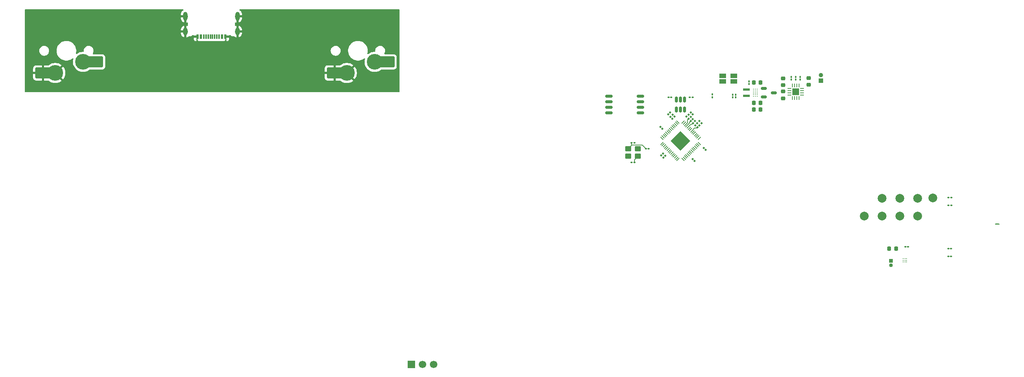
<source format=gbr>
%TF.GenerationSoftware,KiCad,Pcbnew,9.0.3*%
%TF.CreationDate,2025-07-16T09:35:22-04:00*%
%TF.ProjectId,board,626f6172-642e-46b6-9963-61645f706362,rev?*%
%TF.SameCoordinates,Original*%
%TF.FileFunction,Copper,L4,Bot*%
%TF.FilePolarity,Positive*%
%FSLAX46Y46*%
G04 Gerber Fmt 4.6, Leading zero omitted, Abs format (unit mm)*
G04 Created by KiCad (PCBNEW 9.0.3) date 2025-07-16 09:35:22*
%MOMM*%
%LPD*%
G01*
G04 APERTURE LIST*
G04 Aperture macros list*
%AMRoundRect*
0 Rectangle with rounded corners*
0 $1 Rounding radius*
0 $2 $3 $4 $5 $6 $7 $8 $9 X,Y pos of 4 corners*
0 Add a 4 corners polygon primitive as box body*
4,1,4,$2,$3,$4,$5,$6,$7,$8,$9,$2,$3,0*
0 Add four circle primitives for the rounded corners*
1,1,$1+$1,$2,$3*
1,1,$1+$1,$4,$5*
1,1,$1+$1,$6,$7*
1,1,$1+$1,$8,$9*
0 Add four rect primitives between the rounded corners*
20,1,$1+$1,$2,$3,$4,$5,0*
20,1,$1+$1,$4,$5,$6,$7,0*
20,1,$1+$1,$6,$7,$8,$9,0*
20,1,$1+$1,$8,$9,$2,$3,0*%
%AMRotRect*
0 Rectangle, with rotation*
0 The origin of the aperture is its center*
0 $1 length*
0 $2 width*
0 $3 Rotation angle, in degrees counterclockwise*
0 Add horizontal line*
21,1,$1,$2,0,0,$3*%
G04 Aperture macros list end*
%TA.AperFunction,EtchedComponent*%
%ADD10C,0.000000*%
%TD*%
%TA.AperFunction,ComponentPad*%
%ADD11C,3.600000*%
%TD*%
%TA.AperFunction,SMDPad,CuDef*%
%ADD12RoundRect,0.250000X1.525000X1.000000X-1.525000X1.000000X-1.525000X-1.000000X1.525000X-1.000000X0*%
%TD*%
%TA.AperFunction,ComponentPad*%
%ADD13O,1.000000X2.000000*%
%TD*%
%TA.AperFunction,ComponentPad*%
%ADD14O,1.000000X1.800000*%
%TD*%
%TA.AperFunction,SMDPad,CuDef*%
%ADD15R,0.300000X1.100000*%
%TD*%
%TA.AperFunction,SMDPad,CuDef*%
%ADD16R,0.600000X1.100000*%
%TD*%
%TA.AperFunction,ComponentPad*%
%ADD17R,1.000000X1.000000*%
%TD*%
%TA.AperFunction,ComponentPad*%
%ADD18C,1.000000*%
%TD*%
%TA.AperFunction,SMDPad,CuDef*%
%ADD19C,0.296800*%
%TD*%
%TA.AperFunction,SMDPad,CuDef*%
%ADD20R,1.500000X1.000000*%
%TD*%
%TA.AperFunction,SMDPad,CuDef*%
%ADD21C,2.000000*%
%TD*%
%TA.AperFunction,SMDPad,CuDef*%
%ADD22RoundRect,0.100000X-0.021213X-0.162635X0.162635X0.021213X0.021213X0.162635X-0.162635X-0.021213X0*%
%TD*%
%TA.AperFunction,SMDPad,CuDef*%
%ADD23RoundRect,0.100000X0.130000X0.100000X-0.130000X0.100000X-0.130000X-0.100000X0.130000X-0.100000X0*%
%TD*%
%TA.AperFunction,SMDPad,CuDef*%
%ADD24RoundRect,0.100000X-0.100000X0.130000X-0.100000X-0.130000X0.100000X-0.130000X0.100000X0.130000X0*%
%TD*%
%TA.AperFunction,SMDPad,CuDef*%
%ADD25RoundRect,0.100000X0.021213X0.162635X-0.162635X-0.021213X-0.021213X-0.162635X0.162635X0.021213X0*%
%TD*%
%TA.AperFunction,SMDPad,CuDef*%
%ADD26RoundRect,0.100000X0.162635X-0.021213X-0.021213X0.162635X-0.162635X0.021213X0.021213X-0.162635X0*%
%TD*%
%TA.AperFunction,SMDPad,CuDef*%
%ADD27RoundRect,0.050000X0.309359X-0.238649X-0.238649X0.309359X-0.309359X0.238649X0.238649X-0.309359X0*%
%TD*%
%TA.AperFunction,SMDPad,CuDef*%
%ADD28RoundRect,0.050000X0.309359X0.238649X0.238649X0.309359X-0.309359X-0.238649X-0.238649X-0.309359X0*%
%TD*%
%TA.AperFunction,HeatsinkPad*%
%ADD29RotRect,3.200000X3.200000X135.000000*%
%TD*%
%TA.AperFunction,SMDPad,CuDef*%
%ADD30RoundRect,0.225000X-0.250000X0.225000X-0.250000X-0.225000X0.250000X-0.225000X0.250000X0.225000X0*%
%TD*%
%TA.AperFunction,SMDPad,CuDef*%
%ADD31RoundRect,0.100000X-0.162635X0.021213X0.021213X-0.162635X0.162635X-0.021213X-0.021213X0.162635X0*%
%TD*%
%TA.AperFunction,SMDPad,CuDef*%
%ADD32RoundRect,0.225000X0.225000X0.250000X-0.225000X0.250000X-0.225000X-0.250000X0.225000X-0.250000X0*%
%TD*%
%TA.AperFunction,SMDPad,CuDef*%
%ADD33RoundRect,0.162500X0.650000X0.162500X-0.650000X0.162500X-0.650000X-0.162500X0.650000X-0.162500X0*%
%TD*%
%TA.AperFunction,SMDPad,CuDef*%
%ADD34RoundRect,0.100000X0.100000X-0.130000X0.100000X0.130000X-0.100000X0.130000X-0.100000X-0.130000X0*%
%TD*%
%TA.AperFunction,SMDPad,CuDef*%
%ADD35C,0.270000*%
%TD*%
%TA.AperFunction,ComponentPad*%
%ADD36R,0.850000X0.850000*%
%TD*%
%TA.AperFunction,ComponentPad*%
%ADD37C,0.850000*%
%TD*%
%TA.AperFunction,SMDPad,CuDef*%
%ADD38RoundRect,0.225000X-0.225000X-0.250000X0.225000X-0.250000X0.225000X0.250000X-0.225000X0.250000X0*%
%TD*%
%TA.AperFunction,SMDPad,CuDef*%
%ADD39RoundRect,0.062500X0.375000X0.062500X-0.375000X0.062500X-0.375000X-0.062500X0.375000X-0.062500X0*%
%TD*%
%TA.AperFunction,SMDPad,CuDef*%
%ADD40RoundRect,0.062500X0.062500X0.375000X-0.062500X0.375000X-0.062500X-0.375000X0.062500X-0.375000X0*%
%TD*%
%TA.AperFunction,HeatsinkPad*%
%ADD41R,1.600000X1.600000*%
%TD*%
%TA.AperFunction,SMDPad,CuDef*%
%ADD42RoundRect,0.225000X0.250000X-0.225000X0.250000X0.225000X-0.250000X0.225000X-0.250000X-0.225000X0*%
%TD*%
%TA.AperFunction,SMDPad,CuDef*%
%ADD43RoundRect,0.250000X-0.450000X-0.350000X0.450000X-0.350000X0.450000X0.350000X-0.450000X0.350000X0*%
%TD*%
%TA.AperFunction,SMDPad,CuDef*%
%ADD44RoundRect,0.100000X-0.130000X-0.100000X0.130000X-0.100000X0.130000X0.100000X-0.130000X0.100000X0*%
%TD*%
%TA.AperFunction,SMDPad,CuDef*%
%ADD45RoundRect,0.150000X-0.512500X-0.150000X0.512500X-0.150000X0.512500X0.150000X-0.512500X0.150000X0*%
%TD*%
%TA.AperFunction,SMDPad,CuDef*%
%ADD46RoundRect,0.137500X-0.662500X0.137500X-0.662500X-0.137500X0.662500X-0.137500X0.662500X0.137500X0*%
%TD*%
%TA.AperFunction,SMDPad,CuDef*%
%ADD47RoundRect,0.150000X0.150000X-0.512500X0.150000X0.512500X-0.150000X0.512500X-0.150000X-0.512500X0*%
%TD*%
%TA.AperFunction,ComponentPad*%
%ADD48R,1.700000X1.700000*%
%TD*%
%TA.AperFunction,ComponentPad*%
%ADD49C,1.700000*%
%TD*%
%TA.AperFunction,Conductor*%
%ADD50C,0.200000*%
%TD*%
G04 APERTURE END LIST*
D10*
%TA.AperFunction,EtchedComponent*%
%TO.C,NT1*%
G36*
X242742000Y-69498400D02*
G01*
X241945200Y-69498400D01*
X241945200Y-69201600D01*
X242742000Y-69201600D01*
X242742000Y-69498400D01*
G37*
%TD.AperFunction*%
%TD*%
D11*
%TO.P,SW1,1,1*%
%TO.N,/BUTTON_L*%
X33510000Y-32240000D03*
%TO.P,SW1,2,2*%
%TO.N,GND*%
X27160000Y-34780000D03*
D12*
%TO.P,SW1,1,1*%
%TO.N,/BUTTON_L*%
X36285000Y-32240000D03*
%TO.P,SW1,2,2*%
%TO.N,GND*%
X24380000Y-34780000D03*
%TD*%
D11*
%TO.P,SW2,1,1*%
%TO.N,/BUTTON_R*%
X100110000Y-32240000D03*
%TO.P,SW2,2,2*%
%TO.N,GND*%
X93760000Y-34780000D03*
D12*
%TO.P,SW2,1,1*%
%TO.N,/BUTTON_R*%
X102885000Y-32240000D03*
%TO.P,SW2,2,2*%
%TO.N,GND*%
X90980000Y-34780000D03*
%TD*%
D13*
%TO.P,J1,SH4,SHIELD*%
%TO.N,GND*%
X68780750Y-21800000D03*
%TO.P,J1,SH3,SHIELD*%
X56880750Y-21800000D03*
D14*
%TO.P,J1,SH2,SHIELD*%
X68780750Y-25300000D03*
%TO.P,J1,SH1,SHIELD*%
X56880750Y-25300000D03*
D15*
%TO.P,J1,B8,SBU2*%
%TO.N,unconnected-(J1-SBU2-PadB8)*%
X61080750Y-26450000D03*
%TO.P,J1,B7,DN2*%
%TO.N,Net-(J1-DN1)*%
X62080750Y-26450000D03*
%TO.P,J1,B6,DP2*%
%TO.N,Net-(J1-DP1)*%
X63580750Y-26450000D03*
%TO.P,J1,B5,CC2*%
%TO.N,Net-(J1-CC2)*%
X64580750Y-26450000D03*
D16*
%TO.P,J1,B4_A9,VBUS*%
%TO.N,VBUS*%
X65230750Y-26450000D03*
%TO.P,J1,B1_A12,GND*%
%TO.N,GND*%
X66030750Y-26450000D03*
D15*
%TO.P,J1,A8,SBU1*%
%TO.N,unconnected-(J1-SBU1-PadA8)*%
X64080750Y-26450000D03*
%TO.P,J1,A7,DN1*%
%TO.N,Net-(J1-DN1)*%
X63080750Y-26450000D03*
%TO.P,J1,A6,DP1*%
%TO.N,Net-(J1-DP1)*%
X62580750Y-26450000D03*
%TO.P,J1,A5,CC1*%
%TO.N,Net-(J1-CC1)*%
X61580750Y-26450000D03*
D16*
%TO.P,J1,A4_B9,VBUS*%
%TO.N,VBUS*%
X60430750Y-26450000D03*
%TO.P,J1,A1_B12,GND*%
%TO.N,GND*%
X59630750Y-26450000D03*
%TD*%
D17*
%TO.P,J2,1,Pin_1*%
%TO.N,VBAT*%
X202100000Y-36500000D03*
D18*
%TO.P,J2,2,Pin_2*%
%TO.N,GND*%
X202100000Y-35230000D03*
%TD*%
D19*
%TO.P,NT1,1,1*%
%TO.N,Net-(U3-AGND)*%
X242750000Y-69350000D03*
%TO.P,NT1,2,2*%
%TO.N,GND*%
X241937200Y-69350000D03*
%TD*%
D20*
%TO.P,JP1,1,A*%
%TO.N,GND*%
X179650000Y-35400001D03*
%TO.P,JP1,2,B*%
%TO.N,Net-(JP1-B)*%
X179650000Y-36699999D03*
%TD*%
D21*
%TO.P,TP5,1,1*%
%TO.N,3V3*%
X227650000Y-63350000D03*
%TD*%
D22*
%TO.P,C21,1*%
%TO.N,1V1*%
X173839590Y-47238227D03*
%TO.P,C21,2*%
%TO.N,GND*%
X174292138Y-46785679D03*
%TD*%
D23*
%TO.P,R16,1*%
%TO.N,Net-(U1-GPIO3)*%
X231865000Y-65050000D03*
%TO.P,R16,2*%
%TO.N,/DISP_PIN_MOSI*%
X231225000Y-65050000D03*
%TD*%
D24*
%TO.P,R7,1*%
%TO.N,3V3*%
X182592501Y-39722500D03*
%TO.P,R7,2*%
%TO.N,/QSPI_SS*%
X182592501Y-40362500D03*
%TD*%
D23*
%TO.P,R19,1*%
%TO.N,/SNS_VBAT*%
X231825000Y-76750000D03*
%TO.P,R19,2*%
%TO.N,Net-(Q1-D)*%
X231185000Y-76750000D03*
%TD*%
D25*
%TO.P,C19,1*%
%TO.N,1V1*%
X166018987Y-53220351D03*
%TO.P,C19,2*%
%TO.N,GND*%
X165566439Y-53672899D03*
%TD*%
D23*
%TO.P,R18,1*%
%TO.N,GND*%
X231825000Y-75000000D03*
%TO.P,R18,2*%
%TO.N,/SNS_VBAT*%
X231185000Y-75000000D03*
%TD*%
D26*
%TO.P,C10,1*%
%TO.N,3V3*%
X168636260Y-44762377D03*
%TO.P,C10,2*%
%TO.N,GND*%
X168183712Y-44309829D03*
%TD*%
D21*
%TO.P,TP4,1,1*%
%TO.N,VBAT*%
X216050000Y-67550000D03*
%TD*%
D22*
%TO.P,C9,1*%
%TO.N,3V3*%
X173344615Y-46743252D03*
%TO.P,C9,2*%
%TO.N,GND*%
X173797163Y-46290704D03*
%TD*%
D23*
%TO.P,C36,1*%
%TO.N,3V3*%
X222000000Y-74590000D03*
%TO.P,C36,2*%
%TO.N,GND*%
X221360000Y-74590000D03*
%TD*%
D25*
%TO.P,C17,1*%
%TO.N,GND*%
X171817265Y-44310805D03*
%TO.P,C17,2*%
%TO.N,3V3*%
X171364717Y-44763353D03*
%TD*%
D27*
%TO.P,U1,1,IOVDD*%
%TO.N,3V3*%
X174269157Y-50892202D03*
%TO.P,U1,2,GPIO0*%
%TO.N,/DISP_PIN_RST*%
X173986314Y-51175045D03*
%TO.P,U1,3,GPIO1*%
%TO.N,/DISP_PIN_CS*%
X173703472Y-51457887D03*
%TO.P,U1,4,GPIO2*%
%TO.N,Net-(U1-GPIO2)*%
X173420629Y-51740730D03*
%TO.P,U1,5,GPIO3*%
%TO.N,Net-(U1-GPIO3)*%
X173137786Y-52023573D03*
%TO.P,U1,6,GPIO4*%
%TO.N,/DISP_PIN_DC*%
X172854944Y-52306415D03*
%TO.P,U1,7,GPIO5*%
%TO.N,/DISP_REG_EN*%
X172572101Y-52589258D03*
%TO.P,U1,8,GPIO6*%
%TO.N,/AUDIO_I2S_DOUT*%
X172289258Y-52872101D03*
%TO.P,U1,9,GPIO7*%
%TO.N,/AUDIO_I2S_BCLK*%
X172006415Y-53154944D03*
%TO.P,U1,10,IOVDD*%
%TO.N,3V3*%
X171723573Y-53437786D03*
%TO.P,U1,11,GPIO8*%
%TO.N,/AUDIO_I2S_LRCK*%
X171440730Y-53720629D03*
%TO.P,U1,12,GPIO9*%
%TO.N,/AUDIO_I2S_SD*%
X171157887Y-54003472D03*
%TO.P,U1,13,GPIO10*%
%TO.N,/BUTTON_L*%
X170875045Y-54286314D03*
%TO.P,U1,14,GPIO11*%
%TO.N,/BUTTON_R*%
X170592202Y-54569157D03*
D28*
%TO.P,U1,15,GPIO12*%
%TO.N,/BUTTON_MENU*%
X169407798Y-54569157D03*
%TO.P,U1,16,GPIO13*%
%TO.N,unconnected-(U1-GPIO13-Pad16)*%
X169124955Y-54286314D03*
%TO.P,U1,17,GPIO14*%
%TO.N,unconnected-(U1-GPIO14-Pad17)*%
X168842113Y-54003472D03*
%TO.P,U1,18,GPIO15*%
%TO.N,unconnected-(U1-GPIO15-Pad18)*%
X168559270Y-53720629D03*
%TO.P,U1,19,TESTEN*%
%TO.N,GND*%
X168276427Y-53437786D03*
%TO.P,U1,20,XIN*%
%TO.N,/XIN*%
X167993585Y-53154944D03*
%TO.P,U1,21,XOUT*%
%TO.N,/XOUT*%
X167710742Y-52872101D03*
%TO.P,U1,22,IOVDD*%
%TO.N,3V3*%
X167427899Y-52589258D03*
%TO.P,U1,23,DVDD*%
%TO.N,1V1*%
X167145056Y-52306415D03*
%TO.P,U1,24,SWCLK*%
%TO.N,Net-(J4-Pin_1)*%
X166862214Y-52023573D03*
%TO.P,U1,25,SWD*%
%TO.N,Net-(J4-Pin_3)*%
X166579371Y-51740730D03*
%TO.P,U1,26,RUN*%
%TO.N,Net-(JP2-B)*%
X166296528Y-51457887D03*
%TO.P,U1,27,GPIO16*%
%TO.N,/SNS_VBAT_EN*%
X166013686Y-51175045D03*
%TO.P,U1,28,GPIO17*%
%TO.N,unconnected-(U1-GPIO17-Pad28)*%
X165730843Y-50892202D03*
D27*
%TO.P,U1,29,GPIO18*%
%TO.N,unconnected-(U1-GPIO18-Pad29)*%
X165730843Y-49707798D03*
%TO.P,U1,30,GPIO19*%
%TO.N,unconnected-(U1-GPIO19-Pad30)*%
X166013686Y-49424955D03*
%TO.P,U1,31,GPIO20*%
%TO.N,unconnected-(U1-GPIO20-Pad31)*%
X166296528Y-49142113D03*
%TO.P,U1,32,GPIO21*%
%TO.N,unconnected-(U1-GPIO21-Pad32)*%
X166579371Y-48859270D03*
%TO.P,U1,33,IOVDD*%
%TO.N,3V3*%
X166862214Y-48576427D03*
%TO.P,U1,34,GPIO22*%
%TO.N,unconnected-(U1-GPIO22-Pad34)*%
X167145056Y-48293585D03*
%TO.P,U1,35,GPIO23*%
%TO.N,unconnected-(U1-GPIO23-Pad35)*%
X167427899Y-48010742D03*
%TO.P,U1,36,GPIO24*%
%TO.N,/SNS_~{PGOOD}*%
X167710742Y-47727899D03*
%TO.P,U1,37,GPIO25*%
%TO.N,/SNS_~{CHG}*%
X167993585Y-47445056D03*
%TO.P,U1,38,GPIO26_ADC0*%
%TO.N,/SNS_VBAT*%
X168276427Y-47162214D03*
%TO.P,U1,39,GPIO27_ADC1*%
%TO.N,unconnected-(U1-GPIO27_ADC1-Pad39)*%
X168559270Y-46879371D03*
%TO.P,U1,40,GPIO28_ADC2*%
%TO.N,unconnected-(U1-GPIO28_ADC2-Pad40)*%
X168842113Y-46596528D03*
%TO.P,U1,41,GPIO29_ADC3*%
%TO.N,unconnected-(U1-GPIO29_ADC3-Pad41)*%
X169124955Y-46313686D03*
%TO.P,U1,42,IOVDD*%
%TO.N,3V3*%
X169407798Y-46030843D03*
D28*
%TO.P,U1,43,ADC_AVDD*%
X170592202Y-46030843D03*
%TO.P,U1,44,VREG_IN*%
X170875045Y-46313686D03*
%TO.P,U1,45,VREG_VOUT*%
%TO.N,1V1*%
X171157887Y-46596528D03*
%TO.P,U1,46,USB_DM*%
%TO.N,Net-(U1-USB_DM)*%
X171440730Y-46879371D03*
%TO.P,U1,47,USB_DP*%
%TO.N,Net-(U1-USB_DP)*%
X171723573Y-47162214D03*
%TO.P,U1,48,USB_VDD*%
%TO.N,3V3*%
X172006415Y-47445056D03*
%TO.P,U1,49,IOVDD*%
X172289258Y-47727899D03*
%TO.P,U1,50,DVDD*%
%TO.N,1V1*%
X172572101Y-48010742D03*
%TO.P,U1,51,QSPI_SD3*%
%TO.N,/QSPI_SD3*%
X172854944Y-48293585D03*
%TO.P,U1,52,QSPI_SCLK*%
%TO.N,/QSPI_SCLK*%
X173137786Y-48576427D03*
%TO.P,U1,53,QSPI_SD0*%
%TO.N,/QSPI_SD0*%
X173420629Y-48859270D03*
%TO.P,U1,54,QSPI_SD2*%
%TO.N,/QSPI_SD2*%
X173703472Y-49142113D03*
%TO.P,U1,55,QSPI_SD1*%
%TO.N,/QSPI_SD1*%
X173986314Y-49424955D03*
%TO.P,U1,56,QSPI_SS*%
%TO.N,/QSPI_SS*%
X174269157Y-49707798D03*
D29*
%TO.P,U1,57,GND*%
%TO.N,GND*%
X170000000Y-50300000D03*
%TD*%
D26*
%TO.P,C14,1*%
%TO.N,3V3*%
X165842212Y-47556426D03*
%TO.P,C14,2*%
%TO.N,GND*%
X165389664Y-47103878D03*
%TD*%
D30*
%TO.P,C34,1*%
%TO.N,GND*%
X193400000Y-36025000D03*
%TO.P,C34,2*%
%TO.N,VBUS*%
X193400000Y-37575000D03*
%TD*%
D31*
%TO.P,C13,1*%
%TO.N,3V3*%
X175289159Y-51912204D03*
%TO.P,C13,2*%
%TO.N,GND*%
X175741707Y-52364752D03*
%TD*%
D23*
%TO.P,R9,1*%
%TO.N,/XOUT*%
X162738628Y-52100000D03*
%TO.P,R9,2*%
%TO.N,Net-(C24-Pad2)*%
X162098628Y-52100000D03*
%TD*%
D32*
%TO.P,C35,1*%
%TO.N,GND*%
X219225000Y-74970000D03*
%TO.P,C35,2*%
%TO.N,3V3*%
X217675000Y-74970000D03*
%TD*%
D33*
%TO.P,U5,1,~{CS}*%
%TO.N,/QSPI_SS*%
X160837500Y-40095000D03*
%TO.P,U5,2,DO/IO_{1}*%
%TO.N,/QSPI_SD1*%
X160837500Y-41365000D03*
%TO.P,U5,3,~{WP}/IO_{2}*%
%TO.N,/QSPI_SD2*%
X160837500Y-42635000D03*
%TO.P,U5,4,GND*%
%TO.N,GND*%
X160837500Y-43905000D03*
%TO.P,U5,5,DI/IO_{0}*%
%TO.N,/QSPI_SD0*%
X153662500Y-43905000D03*
%TO.P,U5,6,CLK*%
%TO.N,/QSPI_SCLK*%
X153662500Y-42635000D03*
%TO.P,U5,7,~{HOLD}/~{RESET}/IO_{3}*%
%TO.N,/QSPI_SD3*%
X153662500Y-41365000D03*
%TO.P,U5,8,VCC*%
%TO.N,3V3*%
X153662500Y-40095000D03*
%TD*%
D34*
%TO.P,C5,1*%
%TO.N,VSYS*%
X185600000Y-37320000D03*
%TO.P,C5,2*%
%TO.N,GND*%
X185600000Y-36680000D03*
%TD*%
D25*
%TO.P,C15,1*%
%TO.N,3V3*%
X167641896Y-43812392D03*
%TO.P,C15,2*%
%TO.N,GND*%
X167189348Y-44264940D03*
%TD*%
D23*
%TO.P,C23,1*%
%TO.N,/XIN*%
X159438629Y-55250000D03*
%TO.P,C23,2*%
%TO.N,GND*%
X158798629Y-55250000D03*
%TD*%
D35*
%TO.P,U8,A1,~{SD_MODE}*%
%TO.N,/AUDIO_I2S_SD*%
X221650000Y-77250000D03*
%TO.P,U8,A2,VDD*%
%TO.N,3V3*%
X221250000Y-77250000D03*
%TO.P,U8,A3,OUTP*%
%TO.N,Net-(J3-Pin_1)*%
X220850000Y-77250000D03*
%TO.P,U8,B1,DIN*%
%TO.N,/AUDIO_I2S_DOUT*%
X221650000Y-77650000D03*
%TO.P,U8,B2,GAIN_SLOT*%
%TO.N,GND*%
X221250000Y-77650000D03*
%TO.P,U8,B3,OUTN*%
%TO.N,Net-(J3-Pin_2)*%
X220850000Y-77650000D03*
%TO.P,U8,C1,BCLK*%
%TO.N,/AUDIO_I2S_BCLK*%
X221650000Y-78050000D03*
%TO.P,U8,C2,GND*%
%TO.N,GND*%
X221250000Y-78050000D03*
%TO.P,U8,C3,LRCLK*%
%TO.N,/AUDIO_I2S_LRCK*%
X220850000Y-78050000D03*
%TD*%
D36*
%TO.P,J3,1,Pin_1*%
%TO.N,Net-(J3-Pin_1)*%
X218110000Y-77750000D03*
D37*
%TO.P,J3,2,Pin_2*%
%TO.N,Net-(J3-Pin_2)*%
X218110000Y-78750000D03*
%TD*%
D31*
%TO.P,C8,1*%
%TO.N,3V3*%
X174334566Y-45795729D03*
%TO.P,C8,2*%
%TO.N,GND*%
X174787114Y-46248277D03*
%TD*%
D38*
%TO.P,C7,1*%
%TO.N,3V3*%
X186725000Y-41600000D03*
%TO.P,C7,2*%
%TO.N,GND*%
X188275000Y-41600000D03*
%TD*%
D39*
%TO.P,U2,1,TS*%
%TO.N,Net-(U2-TS)*%
X197737500Y-38350000D03*
%TO.P,U2,2,BAT*%
%TO.N,VBAT*%
X197737500Y-38850000D03*
%TO.P,U2,3,BAT*%
X197737500Y-39350000D03*
%TO.P,U2,4,~{CE}*%
%TO.N,GND*%
X197737500Y-39850000D03*
D40*
%TO.P,U2,5,EN2*%
X197050000Y-40537500D03*
%TO.P,U2,6,EN1*%
%TO.N,VSYS*%
X196550000Y-40537500D03*
%TO.P,U2,7,~{PGOOD}*%
%TO.N,/SNS_~{PGOOD}*%
X196050000Y-40537500D03*
%TO.P,U2,8,VSS*%
%TO.N,GND*%
X195550000Y-40537500D03*
D39*
%TO.P,U2,9,~{CHG}*%
%TO.N,/SNS_~{CHG}*%
X194862500Y-39850000D03*
%TO.P,U2,10,OUT*%
%TO.N,VSYS*%
X194862500Y-39350000D03*
%TO.P,U2,11,OUT*%
X194862500Y-38850000D03*
%TO.P,U2,12,ILIM*%
%TO.N,unconnected-(U2-ILIM-Pad12)*%
X194862500Y-38350000D03*
D40*
%TO.P,U2,13,IN*%
%TO.N,VBUS*%
X195550000Y-37662500D03*
%TO.P,U2,14,TMR*%
%TO.N,unconnected-(U2-TMR-Pad14)*%
X196050000Y-37662500D03*
%TO.P,U2,15,ITERM*%
%TO.N,unconnected-(U2-ITERM-Pad15)*%
X196550000Y-37662500D03*
%TO.P,U2,16,ISET*%
%TO.N,Net-(U2-ISET)*%
X197050000Y-37662500D03*
D41*
%TO.P,U2,17,VSS*%
%TO.N,GND*%
X196300000Y-39100000D03*
%TD*%
D42*
%TO.P,C1,1*%
%TO.N,VBAT*%
X199300000Y-37475000D03*
%TO.P,C1,2*%
%TO.N,GND*%
X199300000Y-35925000D03*
%TD*%
D24*
%TO.P,R4,1*%
%TO.N,GND*%
X196300000Y-35680000D03*
%TO.P,R4,2*%
%TO.N,Net-(U2-ISET)*%
X196300000Y-36320000D03*
%TD*%
D21*
%TO.P,TP7,1,1*%
%TO.N,REG_EN*%
X220100000Y-63500000D03*
%TD*%
D26*
%TO.P,C12,1*%
%TO.N,3V3*%
X168141285Y-45257353D03*
%TO.P,C12,2*%
%TO.N,GND*%
X167688737Y-44804805D03*
%TD*%
D43*
%TO.P,Y1,1,1*%
%TO.N,Net-(C24-Pad2)*%
X158018629Y-52150000D03*
%TO.P,Y1,2,2*%
%TO.N,GND*%
X160218629Y-52150000D03*
%TO.P,Y1,3,3*%
%TO.N,/XIN*%
X160218629Y-53850000D03*
%TO.P,Y1,4,4*%
%TO.N,GND*%
X158018629Y-53850000D03*
%TD*%
D34*
%TO.P,C22,1*%
%TO.N,3V3*%
X177242500Y-40312500D03*
%TO.P,C22,2*%
%TO.N,GND*%
X177242500Y-39672500D03*
%TD*%
D44*
%TO.P,R1,1*%
%TO.N,GND*%
X167230000Y-40350000D03*
%TO.P,R1,2*%
%TO.N,Net-(J1-CC1)*%
X167870000Y-40350000D03*
%TD*%
D23*
%TO.P,R15,1*%
%TO.N,/DISP_PIN_SCLK*%
X231865000Y-63300000D03*
%TO.P,R15,2*%
%TO.N,Net-(U1-GPIO2)*%
X231225000Y-63300000D03*
%TD*%
D22*
%TO.P,C20,1*%
%TO.N,1V1*%
X171859691Y-45258328D03*
%TO.P,C20,2*%
%TO.N,GND*%
X172312239Y-44805780D03*
%TD*%
D21*
%TO.P,TP9,1,1*%
%TO.N,/SNS_~{CHG}*%
X224150000Y-63500000D03*
%TD*%
%TO.P,TP3,1,1*%
%TO.N,VSYS*%
X216050000Y-63500000D03*
%TD*%
D31*
%TO.P,C18,1*%
%TO.N,GND*%
X172358202Y-43819366D03*
%TO.P,C18,2*%
%TO.N,1V1*%
X172810750Y-44271914D03*
%TD*%
D24*
%TO.P,R8,1*%
%TO.N,Net-(JP1-B)*%
X181892501Y-39722500D03*
%TO.P,R8,2*%
%TO.N,/QSPI_SS*%
X181892501Y-40362500D03*
%TD*%
D21*
%TO.P,TP10,1,1*%
%TO.N,/SNS_~{PGOOD}*%
X224150000Y-67550000D03*
%TD*%
D25*
%TO.P,C16,1*%
%TO.N,3V3*%
X166513963Y-53715326D03*
%TO.P,C16,2*%
%TO.N,GND*%
X166061415Y-54167874D03*
%TD*%
D22*
%TO.P,R10,1*%
%TO.N,Net-(U1-USB_DP)*%
X172849640Y-46248278D03*
%TO.P,R10,2*%
%TO.N,/USB_D+*%
X173302188Y-45795730D03*
%TD*%
D45*
%TO.P,U4,1,GND*%
%TO.N,GND*%
X189000000Y-40250000D03*
%TO.P,U4,2,~{RESET}*%
%TO.N,REG_EN*%
X189000000Y-38350000D03*
%TO.P,U4,3,VCC*%
%TO.N,VSYS*%
X191275000Y-39300000D03*
%TD*%
D34*
%TO.P,R3,1*%
%TO.N,Net-(U2-TS)*%
X197300000Y-36320000D03*
%TO.P,R3,2*%
%TO.N,GND*%
X197300000Y-35680000D03*
%TD*%
D38*
%TO.P,C4,1*%
%TO.N,VSYS*%
X186725000Y-37000000D03*
%TO.P,C4,2*%
%TO.N,GND*%
X188275000Y-37000000D03*
%TD*%
D21*
%TO.P,TP2,1,1*%
%TO.N,VBUS*%
X212000000Y-67550000D03*
%TD*%
D46*
%TO.P,L1,1,1*%
%TO.N,Net-(L1-Pad1)*%
X185075000Y-38575000D03*
%TO.P,L1,2,2*%
%TO.N,Net-(L1-Pad2)*%
X185075000Y-40025000D03*
%TD*%
D47*
%TO.P,U6,1,I/O1*%
%TO.N,/USB_D+*%
X170950000Y-43137500D03*
%TO.P,U6,2,GND*%
%TO.N,GND*%
X170000000Y-43137500D03*
%TO.P,U6,3,I/O2*%
%TO.N,/USB_D-*%
X169050000Y-43137500D03*
%TO.P,U6,4,I/O2*%
%TO.N,Net-(J1-DN1)*%
X169050000Y-40862500D03*
%TO.P,U6,5,VBUS*%
%TO.N,VBUS*%
X170000000Y-40862500D03*
%TO.P,U6,6,I/O1*%
%TO.N,Net-(J1-DP1)*%
X170950000Y-40862500D03*
%TD*%
D23*
%TO.P,C24,1*%
%TO.N,GND*%
X159438629Y-50750000D03*
%TO.P,C24,2*%
%TO.N,Net-(C24-Pad2)*%
X158798629Y-50750000D03*
%TD*%
D31*
%TO.P,C11,1*%
%TO.N,3V3*%
X172743574Y-54457788D03*
%TO.P,C11,2*%
%TO.N,GND*%
X173196122Y-54910336D03*
%TD*%
D35*
%TO.P,U3,A1,EN*%
%TO.N,REG_EN*%
X187475000Y-38500000D03*
%TO.P,U3,A2,VIN*%
%TO.N,VSYS*%
X187075000Y-38500000D03*
%TO.P,U3,A3,VIN*%
X186675000Y-38500000D03*
%TO.P,U3,B1,VSEL*%
%TO.N,Net-(U3-AGND)*%
X187475000Y-38900000D03*
%TO.P,U3,B2,LX1*%
%TO.N,Net-(L1-Pad1)*%
X187075000Y-38900000D03*
%TO.P,U3,B3,LX1*%
X186675000Y-38900000D03*
%TO.P,U3,C1,AGND*%
%TO.N,Net-(U3-AGND)*%
X187475000Y-39300000D03*
%TO.P,U3,C2,PGND*%
%TO.N,GND*%
X187075000Y-39300000D03*
%TO.P,U3,C3,PGND*%
X186675000Y-39300000D03*
%TO.P,U3,D1,SCL*%
%TO.N,Net-(U3-AGND)*%
X187475000Y-39700000D03*
%TO.P,U3,D2,LX2*%
%TO.N,Net-(L1-Pad2)*%
X187075000Y-39700000D03*
%TO.P,U3,D3,LX2*%
X186675000Y-39700000D03*
%TO.P,U3,E1,SDA*%
%TO.N,Net-(U3-AGND)*%
X187475000Y-40100000D03*
%TO.P,U3,E2,VOUT*%
%TO.N,3V3*%
X187075000Y-40100000D03*
%TO.P,U3,E3,VOUT*%
X186675000Y-40100000D03*
%TD*%
D21*
%TO.P,TP8,1,1*%
%TO.N,/SNS_VBAT*%
X220100000Y-67550000D03*
%TD*%
D20*
%TO.P,JP2,1,A*%
%TO.N,GND*%
X182200000Y-35400002D03*
%TO.P,JP2,2,B*%
%TO.N,Net-(JP2-B)*%
X182200000Y-36700000D03*
%TD*%
D25*
%TO.P,R11,1*%
%TO.N,/USB_D-*%
X172807215Y-45300754D03*
%TO.P,R11,2*%
%TO.N,Net-(U1-USB_DM)*%
X172354667Y-45753302D03*
%TD*%
D44*
%TO.P,R2,1*%
%TO.N,Net-(J1-CC2)*%
X172130000Y-40350000D03*
%TO.P,R2,2*%
%TO.N,GND*%
X172770000Y-40350000D03*
%TD*%
D24*
%TO.P,C2,1*%
%TO.N,GND*%
X195300000Y-35680000D03*
%TO.P,C2,2*%
%TO.N,VBUS*%
X195300000Y-36320000D03*
%TD*%
D38*
%TO.P,C6,1*%
%TO.N,3V3*%
X186725000Y-43100000D03*
%TO.P,C6,2*%
%TO.N,GND*%
X188275000Y-43100000D03*
%TD*%
D42*
%TO.P,C3,1*%
%TO.N,GND*%
X193400000Y-40575000D03*
%TO.P,C3,2*%
%TO.N,VSYS*%
X193400000Y-39025000D03*
%TD*%
D48*
%TO.P,J4,1,Pin_1*%
%TO.N,Net-(J4-Pin_1)*%
X108510000Y-101450000D03*
D49*
%TO.P,J4,2,Pin_2*%
%TO.N,GND*%
X111050000Y-101450000D03*
%TO.P,J4,3,Pin_3*%
%TO.N,Net-(J4-Pin_3)*%
X113589999Y-101450000D03*
%TD*%
D50*
%TO.N,3V3*%
X168724647Y-44727022D02*
X168671614Y-44727022D01*
%TO.N,1V1*%
X173232842Y-47350001D02*
X172572101Y-48010742D01*
X171859692Y-45258328D02*
X171590991Y-45527029D01*
X173727817Y-47350001D02*
X173232842Y-47350001D01*
X173839591Y-47238227D02*
X173763173Y-47314645D01*
X171555635Y-46198781D02*
X171157888Y-46596528D01*
X171555635Y-45562385D02*
X171555635Y-46198781D01*
%TO.N,/XIN*%
X160218629Y-53850000D02*
X159438629Y-54630000D01*
X159438629Y-54630000D02*
X159438629Y-55250000D01*
%TO.N,Net-(C24-Pad2)*%
X158798629Y-51370000D02*
X158018629Y-52150000D01*
X158918629Y-51250000D02*
X158018629Y-52150000D01*
X158798629Y-50750000D02*
X158798629Y-51370000D01*
X158018630Y-52100000D02*
X158068629Y-52100000D01*
X162098629Y-52100000D02*
X161248629Y-51250000D01*
X161248629Y-51250000D02*
X158918629Y-51250000D01*
%TO.N,Net-(U1-USB_DP)*%
X172849640Y-46248278D02*
X172616296Y-46481623D01*
X172580940Y-46516979D02*
X172368808Y-46516979D01*
X172368808Y-46516979D02*
X171723573Y-47162213D01*
%TO.N,Net-(U1-USB_DM)*%
X172354665Y-45753303D02*
X172085967Y-46022002D01*
X172050611Y-46269490D02*
X171440730Y-46879371D01*
X172050611Y-46057358D02*
X172050611Y-46269490D01*
%TO.N,/QSPI_SD2*%
X173703472Y-49142112D02*
X173722791Y-49122793D01*
%TO.N,/QSPI_SCLK*%
X173137786Y-48576427D02*
X173414213Y-48300000D01*
%TD*%
%TA.AperFunction,Conductor*%
%TO.N,GND*%
G36*
X56384579Y-20220185D02*
G01*
X56430334Y-20272989D01*
X56440278Y-20342147D01*
X56411253Y-20405703D01*
X56386431Y-20427602D01*
X56243287Y-20523248D01*
X56243283Y-20523251D01*
X56104001Y-20662533D01*
X56103998Y-20662537D01*
X55994564Y-20826315D01*
X55994557Y-20826328D01*
X55919180Y-21008306D01*
X55919177Y-21008318D01*
X55880750Y-21201504D01*
X55880750Y-21550000D01*
X56580750Y-21550000D01*
X56580750Y-22050000D01*
X55880750Y-22050000D01*
X55880750Y-22398495D01*
X55919177Y-22591681D01*
X55919180Y-22591693D01*
X55994557Y-22773671D01*
X55994564Y-22773684D01*
X56103998Y-22937462D01*
X56104001Y-22937466D01*
X56243283Y-23076748D01*
X56243287Y-23076751D01*
X56407065Y-23186185D01*
X56407078Y-23186192D01*
X56589058Y-23261569D01*
X56630750Y-23269862D01*
X56630750Y-22466988D01*
X56640690Y-22484205D01*
X56696545Y-22540060D01*
X56764954Y-22579556D01*
X56841254Y-22600000D01*
X56920246Y-22600000D01*
X56996546Y-22579556D01*
X57064955Y-22540060D01*
X57120810Y-22484205D01*
X57130750Y-22466988D01*
X57130750Y-23269862D01*
X57172440Y-23261569D01*
X57172442Y-23261569D01*
X57288798Y-23213374D01*
X57358267Y-23205905D01*
X57420746Y-23237180D01*
X57456398Y-23297270D01*
X57460250Y-23327935D01*
X57460250Y-23872064D01*
X57440565Y-23939103D01*
X57387761Y-23984858D01*
X57318603Y-23994802D01*
X57288798Y-23986625D01*
X57172441Y-23938429D01*
X57172433Y-23938427D01*
X57130750Y-23930135D01*
X57130750Y-24733011D01*
X57120810Y-24715795D01*
X57064955Y-24659940D01*
X56996546Y-24620444D01*
X56920246Y-24600000D01*
X56841254Y-24600000D01*
X56764954Y-24620444D01*
X56696545Y-24659940D01*
X56640690Y-24715795D01*
X56630750Y-24733011D01*
X56630750Y-23930136D01*
X56630749Y-23930135D01*
X56589066Y-23938427D01*
X56589058Y-23938429D01*
X56407078Y-24013807D01*
X56407065Y-24013814D01*
X56243287Y-24123248D01*
X56243283Y-24123251D01*
X56104001Y-24262533D01*
X56103998Y-24262537D01*
X55994564Y-24426315D01*
X55994557Y-24426328D01*
X55919180Y-24608306D01*
X55919177Y-24608318D01*
X55880750Y-24801504D01*
X55880750Y-25050000D01*
X56580750Y-25050000D01*
X56580750Y-25550000D01*
X55880750Y-25550000D01*
X55880750Y-25798495D01*
X55919177Y-25991681D01*
X55919180Y-25991693D01*
X55994557Y-26173671D01*
X55994564Y-26173684D01*
X56103998Y-26337462D01*
X56104001Y-26337466D01*
X56243283Y-26476748D01*
X56243287Y-26476751D01*
X56407065Y-26586185D01*
X56407078Y-26586192D01*
X56589058Y-26661569D01*
X56630750Y-26669862D01*
X56630750Y-25866988D01*
X56640690Y-25884205D01*
X56696545Y-25940060D01*
X56764954Y-25979556D01*
X56841254Y-26000000D01*
X56920246Y-26000000D01*
X56996546Y-25979556D01*
X57064955Y-25940060D01*
X57120810Y-25884205D01*
X57130750Y-25866988D01*
X57130750Y-26669862D01*
X57172440Y-26661569D01*
X57172442Y-26661569D01*
X57354421Y-26586192D01*
X57354434Y-26586185D01*
X57415270Y-26545536D01*
X57518211Y-26476752D01*
X57614191Y-26380772D01*
X57675514Y-26347287D01*
X57734352Y-26348782D01*
X57745388Y-26351777D01*
X57794387Y-26375381D01*
X57904330Y-26400491D01*
X57920868Y-26400493D01*
X57920901Y-26400507D01*
X57924936Y-26400506D01*
X57925116Y-26400555D01*
X57960783Y-26400549D01*
X57960783Y-26400550D01*
X58017176Y-26400541D01*
X58127129Y-26375428D01*
X58228739Y-26326481D01*
X58228742Y-26326478D01*
X58228746Y-26326476D01*
X58316909Y-26256154D01*
X58316911Y-26256152D01*
X58382667Y-26173684D01*
X58387225Y-26167968D01*
X58387226Y-26167965D01*
X58390928Y-26162075D01*
X58392693Y-26163184D01*
X58397027Y-26158384D01*
X58403918Y-26143297D01*
X58419959Y-26132987D01*
X58432738Y-26118836D01*
X58449232Y-26114175D01*
X58462696Y-26105523D01*
X58497631Y-26100500D01*
X58706750Y-26100500D01*
X58773789Y-26120185D01*
X58819544Y-26172989D01*
X58823938Y-26193188D01*
X58830750Y-26200000D01*
X59380750Y-26200000D01*
X59388833Y-26191916D01*
X59392990Y-26182812D01*
X59400435Y-26157461D01*
X59407275Y-26151533D01*
X59411037Y-26143297D01*
X59433271Y-26129007D01*
X59453239Y-26111706D01*
X59463753Y-26109418D01*
X59469815Y-26105523D01*
X59504750Y-26100500D01*
X59506250Y-26100500D01*
X59573289Y-26120185D01*
X59619044Y-26172989D01*
X59630250Y-26224500D01*
X59630250Y-27047870D01*
X59630251Y-27047876D01*
X59636658Y-27107483D01*
X59686952Y-27242328D01*
X59686953Y-27242329D01*
X59686954Y-27242331D01*
X59773204Y-27357546D01*
X59831061Y-27400858D01*
X59872932Y-27456789D01*
X59880722Y-27499972D01*
X59880750Y-27500000D01*
X59978569Y-27500000D01*
X59978583Y-27499999D01*
X60015145Y-27496068D01*
X60041655Y-27496068D01*
X60082877Y-27500500D01*
X60778622Y-27500499D01*
X60778623Y-27500498D01*
X60778635Y-27500498D01*
X60817494Y-27496320D01*
X60844002Y-27496320D01*
X60882877Y-27500500D01*
X61278622Y-27500499D01*
X61278623Y-27500498D01*
X61278635Y-27500498D01*
X61317494Y-27496320D01*
X61344002Y-27496320D01*
X61382877Y-27500500D01*
X61778622Y-27500499D01*
X61778623Y-27500498D01*
X61778635Y-27500498D01*
X61817494Y-27496320D01*
X61844002Y-27496320D01*
X61882877Y-27500500D01*
X62278622Y-27500499D01*
X62278623Y-27500498D01*
X62278635Y-27500498D01*
X62317494Y-27496320D01*
X62344002Y-27496320D01*
X62382877Y-27500500D01*
X62778622Y-27500499D01*
X62778623Y-27500498D01*
X62778635Y-27500498D01*
X62817494Y-27496320D01*
X62844002Y-27496320D01*
X62882877Y-27500500D01*
X63278622Y-27500499D01*
X63278623Y-27500498D01*
X63278635Y-27500498D01*
X63317494Y-27496320D01*
X63344002Y-27496320D01*
X63382877Y-27500500D01*
X63778622Y-27500499D01*
X63778623Y-27500498D01*
X63778635Y-27500498D01*
X63817494Y-27496320D01*
X63844002Y-27496320D01*
X63882877Y-27500500D01*
X64278622Y-27500499D01*
X64278623Y-27500498D01*
X64278635Y-27500498D01*
X64317494Y-27496320D01*
X64344002Y-27496320D01*
X64382877Y-27500500D01*
X64778622Y-27500499D01*
X64778623Y-27500498D01*
X64778635Y-27500498D01*
X64817494Y-27496320D01*
X64844002Y-27496320D01*
X64882877Y-27500500D01*
X65578622Y-27500499D01*
X65587461Y-27499548D01*
X65619844Y-27496068D01*
X65646356Y-27496068D01*
X65682916Y-27499999D01*
X65682932Y-27500000D01*
X65780750Y-27500000D01*
X66280750Y-27500000D01*
X66378578Y-27500000D01*
X66378594Y-27499999D01*
X66438122Y-27493598D01*
X66438129Y-27493596D01*
X66572836Y-27443354D01*
X66572843Y-27443350D01*
X66687937Y-27357190D01*
X66687940Y-27357187D01*
X66774100Y-27242093D01*
X66774104Y-27242086D01*
X66824346Y-27107379D01*
X66824348Y-27107372D01*
X66830749Y-27047844D01*
X66830750Y-27047827D01*
X66830750Y-26700000D01*
X66280750Y-26700000D01*
X66280750Y-27500000D01*
X65780750Y-27500000D01*
X65780801Y-27499948D01*
X65800435Y-27433084D01*
X65830436Y-27400859D01*
X65888296Y-27357546D01*
X65974546Y-27242331D01*
X66024841Y-27107483D01*
X66031250Y-27047873D01*
X66031249Y-26545536D01*
X66031249Y-26224500D01*
X66050933Y-26157461D01*
X66103737Y-26111706D01*
X66155249Y-26100500D01*
X66156750Y-26100500D01*
X66223789Y-26120185D01*
X66269544Y-26172989D01*
X66273938Y-26193188D01*
X66280750Y-26200000D01*
X66830750Y-26200000D01*
X66838833Y-26191916D01*
X66842990Y-26182812D01*
X66850435Y-26157461D01*
X66857275Y-26151533D01*
X66861037Y-26143297D01*
X66883271Y-26129007D01*
X66903239Y-26111706D01*
X66913753Y-26109418D01*
X66919815Y-26105523D01*
X66954750Y-26100500D01*
X67163924Y-26100500D01*
X67230963Y-26120185D01*
X67268933Y-26163109D01*
X67270617Y-26162052D01*
X67274320Y-26167948D01*
X67344617Y-26256110D01*
X67344623Y-26256116D01*
X67344624Y-26256117D01*
X67432787Y-26326438D01*
X67534387Y-26375381D01*
X67534389Y-26375382D01*
X67629234Y-26397043D01*
X67644330Y-26400491D01*
X67648419Y-26400491D01*
X67650386Y-26400508D01*
X67651421Y-26400525D01*
X67651525Y-26400557D01*
X67700783Y-26400549D01*
X67700783Y-26400550D01*
X67757176Y-26400541D01*
X67867129Y-26375428D01*
X67905849Y-26356775D01*
X67974788Y-26345416D01*
X68038926Y-26373131D01*
X68047344Y-26380809D01*
X68143283Y-26476748D01*
X68143287Y-26476751D01*
X68307065Y-26586185D01*
X68307078Y-26586192D01*
X68489058Y-26661569D01*
X68530750Y-26669862D01*
X68530750Y-25866988D01*
X68540690Y-25884205D01*
X68596545Y-25940060D01*
X68664954Y-25979556D01*
X68741254Y-26000000D01*
X68820246Y-26000000D01*
X68896546Y-25979556D01*
X68964955Y-25940060D01*
X69020810Y-25884205D01*
X69030750Y-25866988D01*
X69030750Y-26669862D01*
X69072440Y-26661569D01*
X69072442Y-26661569D01*
X69254421Y-26586192D01*
X69254434Y-26586185D01*
X69418212Y-26476751D01*
X69418216Y-26476748D01*
X69557498Y-26337466D01*
X69557501Y-26337462D01*
X69666935Y-26173684D01*
X69666942Y-26173671D01*
X69742319Y-25991693D01*
X69742322Y-25991681D01*
X69780749Y-25798495D01*
X69780750Y-25798492D01*
X69780750Y-25550000D01*
X69080750Y-25550000D01*
X69080750Y-25050000D01*
X69780750Y-25050000D01*
X69780750Y-24801508D01*
X69780749Y-24801504D01*
X69742322Y-24608318D01*
X69742319Y-24608306D01*
X69666942Y-24426328D01*
X69666935Y-24426315D01*
X69557501Y-24262537D01*
X69557498Y-24262533D01*
X69418216Y-24123251D01*
X69418212Y-24123248D01*
X69254434Y-24013814D01*
X69254421Y-24013807D01*
X69072441Y-23938429D01*
X69072433Y-23938427D01*
X69030750Y-23930135D01*
X69030750Y-24733011D01*
X69020810Y-24715795D01*
X68964955Y-24659940D01*
X68896546Y-24620444D01*
X68820246Y-24600000D01*
X68741254Y-24600000D01*
X68664954Y-24620444D01*
X68596545Y-24659940D01*
X68540690Y-24715795D01*
X68530750Y-24733011D01*
X68530750Y-23930136D01*
X68530749Y-23930135D01*
X68489066Y-23938427D01*
X68489058Y-23938429D01*
X68372702Y-23986625D01*
X68303232Y-23994094D01*
X68240753Y-23962818D01*
X68205102Y-23902729D01*
X68201250Y-23872064D01*
X68201250Y-23327935D01*
X68220935Y-23260896D01*
X68273739Y-23215141D01*
X68342897Y-23205197D01*
X68372702Y-23213374D01*
X68489058Y-23261569D01*
X68530750Y-23269862D01*
X68530750Y-22466988D01*
X68540690Y-22484205D01*
X68596545Y-22540060D01*
X68664954Y-22579556D01*
X68741254Y-22600000D01*
X68820246Y-22600000D01*
X68896546Y-22579556D01*
X68964955Y-22540060D01*
X69020810Y-22484205D01*
X69030750Y-22466988D01*
X69030750Y-23269862D01*
X69072440Y-23261569D01*
X69072442Y-23261569D01*
X69254421Y-23186192D01*
X69254434Y-23186185D01*
X69418212Y-23076751D01*
X69418216Y-23076748D01*
X69557498Y-22937466D01*
X69557501Y-22937462D01*
X69666935Y-22773684D01*
X69666942Y-22773671D01*
X69742319Y-22591693D01*
X69742322Y-22591681D01*
X69780749Y-22398495D01*
X69780750Y-22398492D01*
X69780750Y-22050000D01*
X69080750Y-22050000D01*
X69080750Y-21550000D01*
X69780750Y-21550000D01*
X69780750Y-21201508D01*
X69780749Y-21201504D01*
X69742322Y-21008318D01*
X69742319Y-21008306D01*
X69666942Y-20826328D01*
X69666935Y-20826315D01*
X69557501Y-20662537D01*
X69557498Y-20662533D01*
X69418216Y-20523251D01*
X69418212Y-20523248D01*
X69275069Y-20427602D01*
X69230264Y-20373990D01*
X69221557Y-20304665D01*
X69251712Y-20241637D01*
X69311155Y-20204918D01*
X69343960Y-20200500D01*
X105675500Y-20200500D01*
X105742539Y-20220185D01*
X105788294Y-20272989D01*
X105799500Y-20324500D01*
X105799500Y-39075500D01*
X105779815Y-39142539D01*
X105727011Y-39188294D01*
X105675500Y-39199500D01*
X20324500Y-39199500D01*
X20257461Y-39179815D01*
X20211706Y-39127011D01*
X20200500Y-39075500D01*
X20200500Y-35829986D01*
X22105001Y-35829986D01*
X22115494Y-35932697D01*
X22170641Y-36099119D01*
X22170643Y-36099124D01*
X22262684Y-36248345D01*
X22386654Y-36372315D01*
X22535875Y-36464356D01*
X22535880Y-36464358D01*
X22702302Y-36519505D01*
X22702309Y-36519506D01*
X22805019Y-36529999D01*
X24129999Y-36529999D01*
X24130000Y-36529998D01*
X24130000Y-35030000D01*
X22105001Y-35030000D01*
X22105001Y-35829986D01*
X20200500Y-35829986D01*
X20200500Y-33730013D01*
X22105000Y-33730013D01*
X22105000Y-34530000D01*
X24130000Y-34530000D01*
X24130000Y-33030000D01*
X24630000Y-33030000D01*
X24630000Y-36529999D01*
X25620388Y-36529999D01*
X25687427Y-36549684D01*
X25695874Y-36555623D01*
X25879438Y-36696476D01*
X25879454Y-36696487D01*
X26140545Y-36847229D01*
X26140556Y-36847234D01*
X26419098Y-36962610D01*
X26710332Y-37040646D01*
X27009240Y-37079998D01*
X27009257Y-37080000D01*
X27310743Y-37080000D01*
X27310759Y-37079998D01*
X27609667Y-37040646D01*
X27900901Y-36962610D01*
X28179443Y-36847234D01*
X28179454Y-36847229D01*
X28440545Y-36696487D01*
X28440553Y-36696481D01*
X28600328Y-36573881D01*
X28047004Y-36020557D01*
X28153471Y-35943205D01*
X28323205Y-35773471D01*
X28400557Y-35667004D01*
X28953881Y-36220328D01*
X29076481Y-36060553D01*
X29076487Y-36060545D01*
X29209601Y-35829986D01*
X88705001Y-35829986D01*
X88715494Y-35932697D01*
X88770641Y-36099119D01*
X88770643Y-36099124D01*
X88862684Y-36248345D01*
X88986654Y-36372315D01*
X89135875Y-36464356D01*
X89135880Y-36464358D01*
X89302302Y-36519505D01*
X89302309Y-36519506D01*
X89405019Y-36529999D01*
X90729999Y-36529999D01*
X90730000Y-36529998D01*
X90730000Y-35030000D01*
X88705001Y-35030000D01*
X88705001Y-35829986D01*
X29209601Y-35829986D01*
X29227229Y-35799454D01*
X29227234Y-35799443D01*
X29342610Y-35520901D01*
X29420646Y-35229667D01*
X29455826Y-34962453D01*
X29455826Y-34962451D01*
X29459999Y-34930755D01*
X29460000Y-34930743D01*
X29460000Y-34629256D01*
X29459998Y-34629240D01*
X29420646Y-34330332D01*
X29342610Y-34039098D01*
X29227234Y-33760556D01*
X29227229Y-33760545D01*
X29076487Y-33499454D01*
X29076476Y-33499438D01*
X28953881Y-33339670D01*
X28400556Y-33892994D01*
X28323205Y-33786529D01*
X28153471Y-33616795D01*
X28047003Y-33539441D01*
X28600328Y-32986117D01*
X28600328Y-32986115D01*
X28440561Y-32863523D01*
X28440545Y-32863512D01*
X28179454Y-32712770D01*
X28179443Y-32712765D01*
X27900901Y-32597389D01*
X27609667Y-32519353D01*
X27310759Y-32480001D01*
X27310743Y-32480000D01*
X27009257Y-32480000D01*
X27009240Y-32480001D01*
X26710332Y-32519353D01*
X26419098Y-32597389D01*
X26140556Y-32712765D01*
X26140545Y-32712770D01*
X25879454Y-32863512D01*
X25879438Y-32863523D01*
X25695875Y-33004376D01*
X25630706Y-33029570D01*
X25620389Y-33030000D01*
X24630000Y-33030000D01*
X24130000Y-33030000D01*
X22805028Y-33030000D01*
X22805012Y-33030001D01*
X22702302Y-33040494D01*
X22535880Y-33095641D01*
X22535875Y-33095643D01*
X22386654Y-33187684D01*
X22262684Y-33311654D01*
X22170643Y-33460875D01*
X22170641Y-33460880D01*
X22115494Y-33627302D01*
X22115493Y-33627309D01*
X22105000Y-33730013D01*
X20200500Y-33730013D01*
X20200500Y-29611421D01*
X23494500Y-29611421D01*
X23494500Y-29788578D01*
X23522214Y-29963556D01*
X23576956Y-30132039D01*
X23576957Y-30132042D01*
X23657386Y-30289890D01*
X23761517Y-30433214D01*
X23886786Y-30558483D01*
X24030110Y-30662614D01*
X24098577Y-30697500D01*
X24187957Y-30743042D01*
X24187960Y-30743043D01*
X24272201Y-30770414D01*
X24356445Y-30797786D01*
X24531421Y-30825500D01*
X24531422Y-30825500D01*
X24708578Y-30825500D01*
X24708579Y-30825500D01*
X24883555Y-30797786D01*
X25052042Y-30743042D01*
X25209890Y-30662614D01*
X25353214Y-30558483D01*
X25478483Y-30433214D01*
X25582614Y-30289890D01*
X25663042Y-30132042D01*
X25717786Y-29963555D01*
X25745500Y-29788579D01*
X25745500Y-29611421D01*
X25736165Y-29552486D01*
X27449500Y-29552486D01*
X27449500Y-29847513D01*
X27477069Y-30056913D01*
X27488007Y-30139993D01*
X27564361Y-30424951D01*
X27564364Y-30424961D01*
X27677254Y-30697500D01*
X27677258Y-30697510D01*
X27824761Y-30952993D01*
X28004352Y-31187040D01*
X28004358Y-31187047D01*
X28212952Y-31395641D01*
X28212959Y-31395647D01*
X28447006Y-31575238D01*
X28702489Y-31722741D01*
X28702490Y-31722741D01*
X28702493Y-31722743D01*
X28975048Y-31835639D01*
X29260007Y-31911993D01*
X29552494Y-31950500D01*
X29552501Y-31950500D01*
X29847499Y-31950500D01*
X29847506Y-31950500D01*
X30139993Y-31911993D01*
X30424952Y-31835639D01*
X30697507Y-31722743D01*
X30952994Y-31575238D01*
X31108151Y-31456181D01*
X31173318Y-31430988D01*
X31241763Y-31445026D01*
X31291753Y-31493840D01*
X31307417Y-31561931D01*
X31303411Y-31586651D01*
X31248861Y-31790233D01*
X31209501Y-32089206D01*
X31209500Y-32089223D01*
X31209500Y-32390776D01*
X31209501Y-32390793D01*
X31248861Y-32689766D01*
X31326913Y-32981060D01*
X31442314Y-33259661D01*
X31442318Y-33259671D01*
X31593099Y-33520831D01*
X31776679Y-33760078D01*
X31776685Y-33760085D01*
X31989914Y-33973314D01*
X31989921Y-33973320D01*
X32229168Y-34156900D01*
X32490328Y-34307681D01*
X32490329Y-34307681D01*
X32490332Y-34307683D01*
X32545012Y-34330332D01*
X32768939Y-34423086D01*
X32768940Y-34423086D01*
X32768942Y-34423087D01*
X33060232Y-34501138D01*
X33359217Y-34540500D01*
X33359224Y-34540500D01*
X33660776Y-34540500D01*
X33660783Y-34540500D01*
X33959768Y-34501138D01*
X34251058Y-34423087D01*
X34529668Y-34307683D01*
X34790832Y-34156900D01*
X34974295Y-34016122D01*
X35039465Y-33990929D01*
X35049782Y-33990499D01*
X37860002Y-33990499D01*
X37860008Y-33990499D01*
X37962797Y-33979999D01*
X38129334Y-33924814D01*
X38278656Y-33832712D01*
X38381355Y-33730013D01*
X88705000Y-33730013D01*
X88705000Y-34530000D01*
X90730000Y-34530000D01*
X90730000Y-33030000D01*
X91230000Y-33030000D01*
X91230000Y-36529999D01*
X92220388Y-36529999D01*
X92287427Y-36549684D01*
X92295874Y-36555623D01*
X92479438Y-36696476D01*
X92479454Y-36696487D01*
X92740545Y-36847229D01*
X92740556Y-36847234D01*
X93019098Y-36962610D01*
X93310332Y-37040646D01*
X93609240Y-37079998D01*
X93609257Y-37080000D01*
X93910743Y-37080000D01*
X93910759Y-37079998D01*
X94209667Y-37040646D01*
X94500901Y-36962610D01*
X94779443Y-36847234D01*
X94779454Y-36847229D01*
X95040545Y-36696487D01*
X95040553Y-36696481D01*
X95200328Y-36573881D01*
X94647004Y-36020557D01*
X94753471Y-35943205D01*
X94923205Y-35773471D01*
X95000557Y-35667004D01*
X95553881Y-36220328D01*
X95676481Y-36060553D01*
X95676487Y-36060545D01*
X95827229Y-35799454D01*
X95827234Y-35799443D01*
X95942610Y-35520901D01*
X96020646Y-35229667D01*
X96059998Y-34930759D01*
X96060000Y-34930743D01*
X96060000Y-34629256D01*
X96059998Y-34629240D01*
X96020646Y-34330332D01*
X95942610Y-34039098D01*
X95827234Y-33760556D01*
X95827229Y-33760545D01*
X95676487Y-33499454D01*
X95676476Y-33499438D01*
X95553881Y-33339670D01*
X95000556Y-33892994D01*
X94923205Y-33786529D01*
X94753471Y-33616795D01*
X94647003Y-33539441D01*
X95200328Y-32986117D01*
X95200328Y-32986115D01*
X95040561Y-32863523D01*
X95040545Y-32863512D01*
X94779454Y-32712770D01*
X94779443Y-32712765D01*
X94500901Y-32597389D01*
X94209667Y-32519353D01*
X93910759Y-32480001D01*
X93910743Y-32480000D01*
X93609257Y-32480000D01*
X93609240Y-32480001D01*
X93310332Y-32519353D01*
X93019098Y-32597389D01*
X92740556Y-32712765D01*
X92740545Y-32712770D01*
X92479454Y-32863512D01*
X92479438Y-32863523D01*
X92295875Y-33004376D01*
X92230706Y-33029570D01*
X92220389Y-33030000D01*
X91230000Y-33030000D01*
X90730000Y-33030000D01*
X89405028Y-33030000D01*
X89405012Y-33030001D01*
X89302302Y-33040494D01*
X89135880Y-33095641D01*
X89135875Y-33095643D01*
X88986654Y-33187684D01*
X88862684Y-33311654D01*
X88770643Y-33460875D01*
X88770641Y-33460880D01*
X88715494Y-33627302D01*
X88715493Y-33627309D01*
X88705000Y-33730013D01*
X38381355Y-33730013D01*
X38402712Y-33708656D01*
X38494814Y-33559334D01*
X38549999Y-33392797D01*
X38560500Y-33290009D01*
X38560499Y-31189992D01*
X38560197Y-31187040D01*
X38549999Y-31087203D01*
X38549998Y-31087200D01*
X38505526Y-30952993D01*
X38494814Y-30920666D01*
X38402712Y-30771344D01*
X38278656Y-30647288D01*
X38185888Y-30590069D01*
X38129336Y-30555187D01*
X38129331Y-30555185D01*
X38127862Y-30554698D01*
X37962797Y-30500001D01*
X37962795Y-30500000D01*
X37860016Y-30489500D01*
X37860009Y-30489500D01*
X35840953Y-30489500D01*
X35773914Y-30469815D01*
X35728159Y-30417011D01*
X35718215Y-30347853D01*
X35740634Y-30292616D01*
X35741630Y-30291243D01*
X35742614Y-30289890D01*
X35823042Y-30132042D01*
X35877786Y-29963555D01*
X35905500Y-29788579D01*
X35905500Y-29611421D01*
X90094500Y-29611421D01*
X90094500Y-29788578D01*
X90122214Y-29963556D01*
X90176956Y-30132039D01*
X90176957Y-30132042D01*
X90257386Y-30289890D01*
X90361517Y-30433214D01*
X90486786Y-30558483D01*
X90630110Y-30662614D01*
X90698577Y-30697500D01*
X90787957Y-30743042D01*
X90787960Y-30743043D01*
X90872201Y-30770414D01*
X90956445Y-30797786D01*
X91131421Y-30825500D01*
X91131422Y-30825500D01*
X91308578Y-30825500D01*
X91308579Y-30825500D01*
X91483555Y-30797786D01*
X91652042Y-30743042D01*
X91809890Y-30662614D01*
X91953214Y-30558483D01*
X92078483Y-30433214D01*
X92182614Y-30289890D01*
X92263042Y-30132042D01*
X92317786Y-29963555D01*
X92345500Y-29788579D01*
X92345500Y-29611421D01*
X92336165Y-29552486D01*
X94049500Y-29552486D01*
X94049500Y-29847513D01*
X94077069Y-30056913D01*
X94088007Y-30139993D01*
X94164361Y-30424951D01*
X94164364Y-30424961D01*
X94277254Y-30697500D01*
X94277258Y-30697510D01*
X94424761Y-30952993D01*
X94604352Y-31187040D01*
X94604358Y-31187047D01*
X94812952Y-31395641D01*
X94812959Y-31395647D01*
X95047006Y-31575238D01*
X95302489Y-31722741D01*
X95302490Y-31722741D01*
X95302493Y-31722743D01*
X95575048Y-31835639D01*
X95860007Y-31911993D01*
X96152494Y-31950500D01*
X96152501Y-31950500D01*
X96447499Y-31950500D01*
X96447506Y-31950500D01*
X96739993Y-31911993D01*
X97024952Y-31835639D01*
X97297507Y-31722743D01*
X97552994Y-31575238D01*
X97708151Y-31456181D01*
X97773318Y-31430988D01*
X97841763Y-31445026D01*
X97891753Y-31493840D01*
X97907417Y-31561931D01*
X97903411Y-31586651D01*
X97848861Y-31790233D01*
X97809501Y-32089206D01*
X97809500Y-32089223D01*
X97809500Y-32390776D01*
X97809501Y-32390793D01*
X97848861Y-32689766D01*
X97926913Y-32981060D01*
X98042314Y-33259661D01*
X98042318Y-33259671D01*
X98193099Y-33520831D01*
X98376679Y-33760078D01*
X98376685Y-33760085D01*
X98589914Y-33973314D01*
X98589921Y-33973320D01*
X98829168Y-34156900D01*
X99090328Y-34307681D01*
X99090329Y-34307681D01*
X99090332Y-34307683D01*
X99145012Y-34330332D01*
X99368939Y-34423086D01*
X99368940Y-34423086D01*
X99368942Y-34423087D01*
X99660232Y-34501138D01*
X99959217Y-34540500D01*
X99959224Y-34540500D01*
X100260776Y-34540500D01*
X100260783Y-34540500D01*
X100559768Y-34501138D01*
X100851058Y-34423087D01*
X101129668Y-34307683D01*
X101390832Y-34156900D01*
X101574295Y-34016122D01*
X101639465Y-33990929D01*
X101649782Y-33990499D01*
X104460002Y-33990499D01*
X104460008Y-33990499D01*
X104562797Y-33979999D01*
X104729334Y-33924814D01*
X104878656Y-33832712D01*
X105002712Y-33708656D01*
X105094814Y-33559334D01*
X105149999Y-33392797D01*
X105160500Y-33290009D01*
X105160499Y-31189992D01*
X105160197Y-31187040D01*
X105149999Y-31087203D01*
X105149998Y-31087200D01*
X105105526Y-30952993D01*
X105094814Y-30920666D01*
X105002712Y-30771344D01*
X104878656Y-30647288D01*
X104785888Y-30590069D01*
X104729336Y-30555187D01*
X104729331Y-30555185D01*
X104727862Y-30554698D01*
X104562797Y-30500001D01*
X104562795Y-30500000D01*
X104460016Y-30489500D01*
X104460009Y-30489500D01*
X102440953Y-30489500D01*
X102373914Y-30469815D01*
X102328159Y-30417011D01*
X102318215Y-30347853D01*
X102340634Y-30292616D01*
X102341630Y-30291243D01*
X102342614Y-30289890D01*
X102423042Y-30132042D01*
X102477786Y-29963555D01*
X102505500Y-29788579D01*
X102505500Y-29611421D01*
X102477786Y-29436445D01*
X102423042Y-29267958D01*
X102423042Y-29267957D01*
X102342613Y-29110109D01*
X102238483Y-28966786D01*
X102113214Y-28841517D01*
X101969890Y-28737386D01*
X101812042Y-28656957D01*
X101812039Y-28656956D01*
X101643556Y-28602214D01*
X101556067Y-28588357D01*
X101468579Y-28574500D01*
X101291421Y-28574500D01*
X101233095Y-28583738D01*
X101116443Y-28602214D01*
X100947960Y-28656956D01*
X100947957Y-28656957D01*
X100790109Y-28737386D01*
X100708338Y-28796796D01*
X100646786Y-28841517D01*
X100646784Y-28841519D01*
X100646783Y-28841519D01*
X100521519Y-28966783D01*
X100521519Y-28966784D01*
X100521517Y-28966786D01*
X100476796Y-29028338D01*
X100417386Y-29110109D01*
X100336957Y-29267957D01*
X100336956Y-29267960D01*
X100282214Y-29436443D01*
X100263833Y-29552494D01*
X100254500Y-29611421D01*
X100254500Y-29788579D01*
X100255691Y-29796102D01*
X100246739Y-29865393D01*
X100201744Y-29918846D01*
X100134993Y-29939487D01*
X100133219Y-29939500D01*
X99959217Y-29939500D01*
X99959211Y-29939500D01*
X99959206Y-29939501D01*
X99660233Y-29978861D01*
X99368939Y-30056913D01*
X99090338Y-30172314D01*
X99090328Y-30172318D01*
X98829168Y-30323099D01*
X98657945Y-30454482D01*
X98592775Y-30479676D01*
X98524331Y-30465637D01*
X98474341Y-30416823D01*
X98458678Y-30348732D01*
X98462681Y-30324027D01*
X98511993Y-30139993D01*
X98550500Y-29847506D01*
X98550500Y-29552494D01*
X98511993Y-29260007D01*
X98435639Y-28975048D01*
X98322743Y-28702493D01*
X98296453Y-28656958D01*
X98175238Y-28447006D01*
X97995647Y-28212959D01*
X97995641Y-28212952D01*
X97787047Y-28004358D01*
X97787040Y-28004352D01*
X97552993Y-27824761D01*
X97297510Y-27677258D01*
X97297500Y-27677254D01*
X97024961Y-27564364D01*
X97024954Y-27564362D01*
X97024952Y-27564361D01*
X96739993Y-27488007D01*
X96691113Y-27481571D01*
X96447513Y-27449500D01*
X96447506Y-27449500D01*
X96152494Y-27449500D01*
X96152486Y-27449500D01*
X95874085Y-27486153D01*
X95860007Y-27488007D01*
X95575048Y-27564361D01*
X95575038Y-27564364D01*
X95302499Y-27677254D01*
X95302489Y-27677258D01*
X95047006Y-27824761D01*
X94812959Y-28004352D01*
X94812952Y-28004358D01*
X94604358Y-28212952D01*
X94604352Y-28212959D01*
X94424761Y-28447006D01*
X94277258Y-28702489D01*
X94277254Y-28702499D01*
X94164364Y-28975038D01*
X94164361Y-28975048D01*
X94128172Y-29110110D01*
X94088008Y-29260004D01*
X94088006Y-29260015D01*
X94049500Y-29552486D01*
X92336165Y-29552486D01*
X92317786Y-29436445D01*
X92263042Y-29267958D01*
X92263042Y-29267957D01*
X92182613Y-29110109D01*
X92078483Y-28966786D01*
X91953214Y-28841517D01*
X91809890Y-28737386D01*
X91652042Y-28656957D01*
X91652039Y-28656956D01*
X91483556Y-28602214D01*
X91396067Y-28588357D01*
X91308579Y-28574500D01*
X91131421Y-28574500D01*
X91073095Y-28583738D01*
X90956443Y-28602214D01*
X90787960Y-28656956D01*
X90787957Y-28656957D01*
X90630109Y-28737386D01*
X90548338Y-28796796D01*
X90486786Y-28841517D01*
X90486784Y-28841519D01*
X90486783Y-28841519D01*
X90361519Y-28966783D01*
X90361519Y-28966784D01*
X90361517Y-28966786D01*
X90316796Y-29028338D01*
X90257386Y-29110109D01*
X90176957Y-29267957D01*
X90176956Y-29267960D01*
X90122214Y-29436443D01*
X90094500Y-29611421D01*
X35905500Y-29611421D01*
X35877786Y-29436445D01*
X35823042Y-29267958D01*
X35823042Y-29267957D01*
X35742613Y-29110109D01*
X35638483Y-28966786D01*
X35513214Y-28841517D01*
X35369890Y-28737386D01*
X35212042Y-28656957D01*
X35212039Y-28656956D01*
X35043556Y-28602214D01*
X34956067Y-28588357D01*
X34868579Y-28574500D01*
X34691421Y-28574500D01*
X34633095Y-28583738D01*
X34516443Y-28602214D01*
X34347960Y-28656956D01*
X34347957Y-28656957D01*
X34190109Y-28737386D01*
X34108338Y-28796796D01*
X34046786Y-28841517D01*
X34046784Y-28841519D01*
X34046783Y-28841519D01*
X33921519Y-28966783D01*
X33921519Y-28966784D01*
X33921517Y-28966786D01*
X33876796Y-29028338D01*
X33817386Y-29110109D01*
X33736957Y-29267957D01*
X33736956Y-29267960D01*
X33682214Y-29436443D01*
X33663833Y-29552494D01*
X33654500Y-29611421D01*
X33654500Y-29788579D01*
X33655691Y-29796102D01*
X33646739Y-29865393D01*
X33601744Y-29918846D01*
X33534993Y-29939487D01*
X33533219Y-29939500D01*
X33359217Y-29939500D01*
X33359211Y-29939500D01*
X33359206Y-29939501D01*
X33060233Y-29978861D01*
X32768939Y-30056913D01*
X32490338Y-30172314D01*
X32490328Y-30172318D01*
X32229168Y-30323099D01*
X32057945Y-30454482D01*
X31992775Y-30479676D01*
X31924331Y-30465637D01*
X31874341Y-30416823D01*
X31858678Y-30348732D01*
X31862681Y-30324027D01*
X31911993Y-30139993D01*
X31950500Y-29847506D01*
X31950500Y-29552494D01*
X31911993Y-29260007D01*
X31835639Y-28975048D01*
X31722743Y-28702493D01*
X31696453Y-28656958D01*
X31575238Y-28447006D01*
X31395647Y-28212959D01*
X31395641Y-28212952D01*
X31187047Y-28004358D01*
X31187040Y-28004352D01*
X30952993Y-27824761D01*
X30697510Y-27677258D01*
X30697500Y-27677254D01*
X30424961Y-27564364D01*
X30424954Y-27564362D01*
X30424952Y-27564361D01*
X30139993Y-27488007D01*
X30091113Y-27481571D01*
X29847513Y-27449500D01*
X29847506Y-27449500D01*
X29552494Y-27449500D01*
X29552486Y-27449500D01*
X29274085Y-27486153D01*
X29260007Y-27488007D01*
X28975048Y-27564361D01*
X28975038Y-27564364D01*
X28702499Y-27677254D01*
X28702489Y-27677258D01*
X28447006Y-27824761D01*
X28212959Y-28004352D01*
X28212952Y-28004358D01*
X28004358Y-28212952D01*
X28004352Y-28212959D01*
X27824761Y-28447006D01*
X27677258Y-28702489D01*
X27677254Y-28702499D01*
X27564364Y-28975038D01*
X27564361Y-28975048D01*
X27528172Y-29110110D01*
X27488008Y-29260004D01*
X27488006Y-29260015D01*
X27449500Y-29552486D01*
X25736165Y-29552486D01*
X25717786Y-29436445D01*
X25663042Y-29267958D01*
X25663042Y-29267957D01*
X25582613Y-29110109D01*
X25478483Y-28966786D01*
X25353214Y-28841517D01*
X25209890Y-28737386D01*
X25052042Y-28656957D01*
X25052039Y-28656956D01*
X24883556Y-28602214D01*
X24796067Y-28588357D01*
X24708579Y-28574500D01*
X24531421Y-28574500D01*
X24473095Y-28583738D01*
X24356443Y-28602214D01*
X24187960Y-28656956D01*
X24187957Y-28656957D01*
X24030109Y-28737386D01*
X23948338Y-28796796D01*
X23886786Y-28841517D01*
X23886784Y-28841519D01*
X23886783Y-28841519D01*
X23761519Y-28966783D01*
X23761519Y-28966784D01*
X23761517Y-28966786D01*
X23716796Y-29028338D01*
X23657386Y-29110109D01*
X23576957Y-29267957D01*
X23576956Y-29267960D01*
X23522214Y-29436443D01*
X23494500Y-29611421D01*
X20200500Y-29611421D01*
X20200500Y-27047844D01*
X58830750Y-27047844D01*
X58837151Y-27107372D01*
X58837153Y-27107379D01*
X58887395Y-27242086D01*
X58887399Y-27242093D01*
X58973559Y-27357187D01*
X58973562Y-27357190D01*
X59088656Y-27443350D01*
X59088663Y-27443354D01*
X59223370Y-27493596D01*
X59223377Y-27493598D01*
X59282905Y-27499999D01*
X59282922Y-27500000D01*
X59380750Y-27500000D01*
X59380750Y-26700000D01*
X58830750Y-26700000D01*
X58830750Y-27047844D01*
X20200500Y-27047844D01*
X20200500Y-20324500D01*
X20220185Y-20257461D01*
X20272989Y-20211706D01*
X20324500Y-20200500D01*
X56317540Y-20200500D01*
X56384579Y-20220185D01*
G37*
%TD.AperFunction*%
%TA.AperFunction,Conductor*%
G36*
X57403289Y-25069685D02*
G01*
X57449044Y-25122489D01*
X57460250Y-25174000D01*
X57460250Y-25426000D01*
X57440565Y-25493039D01*
X57387761Y-25538794D01*
X57336250Y-25550000D01*
X57180750Y-25550000D01*
X57180750Y-25050000D01*
X57336250Y-25050000D01*
X57403289Y-25069685D01*
G37*
%TD.AperFunction*%
%TA.AperFunction,Conductor*%
G36*
X68480750Y-25550000D02*
G01*
X68325250Y-25550000D01*
X68258211Y-25530315D01*
X68212456Y-25477511D01*
X68201250Y-25426000D01*
X68201250Y-25174000D01*
X68220935Y-25106961D01*
X68273739Y-25061206D01*
X68325250Y-25050000D01*
X68480750Y-25050000D01*
X68480750Y-25550000D01*
G37*
%TD.AperFunction*%
%TA.AperFunction,Conductor*%
G36*
X57403289Y-21569685D02*
G01*
X57449044Y-21622489D01*
X57460250Y-21674000D01*
X57460250Y-21926000D01*
X57440565Y-21993039D01*
X57387761Y-22038794D01*
X57336250Y-22050000D01*
X57180750Y-22050000D01*
X57180750Y-21550000D01*
X57336250Y-21550000D01*
X57403289Y-21569685D01*
G37*
%TD.AperFunction*%
%TA.AperFunction,Conductor*%
G36*
X68480750Y-22050000D02*
G01*
X68325250Y-22050000D01*
X68258211Y-22030315D01*
X68212456Y-21977511D01*
X68201250Y-21926000D01*
X68201250Y-21674000D01*
X68220935Y-21606961D01*
X68273739Y-21561206D01*
X68325250Y-21550000D01*
X68480750Y-21550000D01*
X68480750Y-22050000D01*
G37*
%TD.AperFunction*%
%TD*%
M02*

</source>
